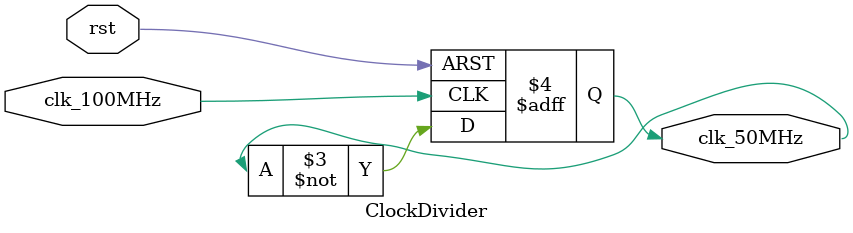
<source format=v>
`timescale 1ns / 1ps


module ClockDivider (
    input rst,
    input wire clk_100MHz,  // Input clock at 100 MHz
    output reg clk_50MHz    // Output clock at 50 MHz
);

    always @(posedge clk_100MHz or negedge rst) begin
    begin
        if (!rst) begin
            clk_50MHz <= 1'b0;
        end 
        else // Toggle every two clock cycles
            clk_50MHz <= ~clk_50MHz;
        end 
    end

endmodule
</source>
